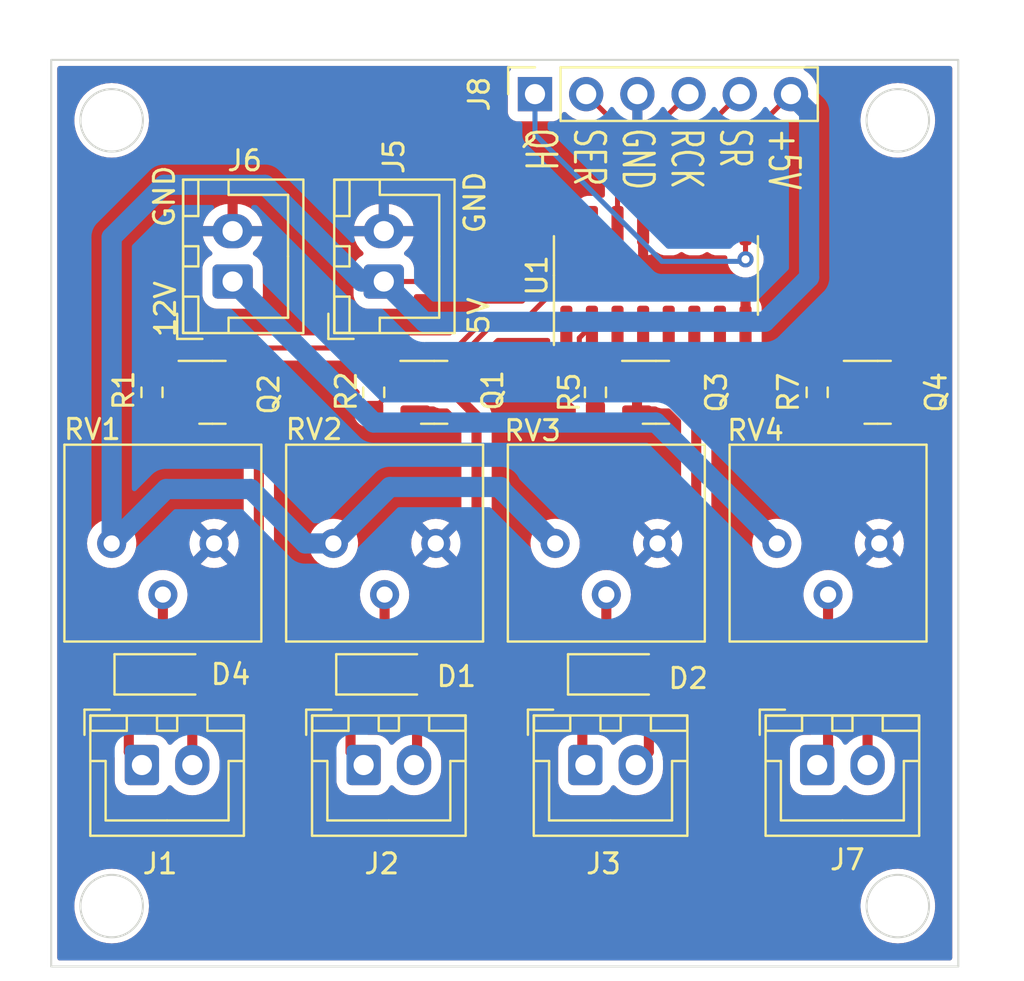
<source format=kicad_pcb>
(kicad_pcb (version 20221018) (generator pcbnew)
  (layers (0 "F.Cu" signal) (31 "B.Cu" signal) (34 "B.Paste" user) (35 "F.Paste" user) (36 "B.SilkS" user "B.Silkscreen") (37 "F.SilkS" user "F.Silkscreen") (38 "B.Mask" user) (39 "F.Mask" user) (44 "Edge.Cuts" user))
  (net 0 "")
  (net 1 "GND")
  (net 2 "Net-(D1-K)")
  (net 3 "Net-(D1-A)")
  (net 4 "Net-(D2-K)")
  (net 5 "Net-(D2-A)")
  (net 6 "+5V")
  (net 7 "Net-(D4-K)")
  (net 8 "Net-(D4-A)")
  (net 9 "Net-(Q1-G)")
  (net 10 "Net-(Q2-G)")
  (net 11 "Net-(Q3-G)")
  (net 12 "+12V")
  (net 13 "Net-(J7-Pin_1)")
  (net 14 "Net-(J7-Pin_2)")
  (net 15 "QH")
  (net 16 "SER")
  (net 17 "RCLK")
  (net 18 "SRCLK")
  (net 19 "Net-(Q4-G)")
  (net 20 "B1")
  (net 21 "B2")
  (net 22 "B3")
  (net 23 "B4")
  (net 24 "B5")
  (net 25 "B6")
  (net 26 "B7")
  (net 27 "B8")
  (footprint "Connector_JST:JST_XH_B2B-XH-A_1x02_P2.50mm_Vertical" (layer "F.Cu") (at 16.5 11 90)
    (fp_text reference "J5" (at 6.2 0.5 90) (layer "F.SilkS"))
    (fp_text value "Conn_01x02")
    (fp_line (start -2.85 -2.75) (end -2.85 -1.5) (stroke (width 0.12)) (layer "F.SilkS"))
    (fp_line (start -2.56 -2.46) (end -2.56 3.51) (stroke (width 0.12)) (layer "F.SilkS"))
    (fp_line (start -2.56 3.51) (end 5.06 3.51) (stroke (width 0.12)) (layer "F.SilkS"))
    (fp_line (start -2.55 -2.45) (end -2.55 -1.7) (stroke (width 0.12)) (layer "F.SilkS"))
    (fp_line (start -2.55 -1.7) (end -0.75 -1.7) (stroke (width 0.12)) (layer "F.SilkS"))
    (fp_line (start -2.55 -0.2) (end -1.8 -0.2) (stroke (width 0.12)) (layer "F.SilkS"))
    (fp_line (start -1.8 -0.2) (end -1.8 2.75) (stroke (width 0.12)) (layer "F.SilkS"))
    (fp_line (start -1.8 2.75) (end 1.25 2.75) (stroke (width 0.12)) (layer "F.SilkS"))
    (fp_line (start -1.6 -2.75) (end -2.85 -2.75) (stroke (width 0.12)) (layer "F.SilkS"))
    (fp_line (start -0.75 -2.45) (end -2.55 -2.45) (stroke (width 0.12)) (layer "F.SilkS"))
    (fp_line (start -0.75 -1.7) (end -0.75 -2.45) (stroke (width 0.12)) (layer "F.SilkS"))
    (fp_line (start 0.75 -2.45) (end 0.75 -1.7) (stroke (width 0.12)) (layer "F.SilkS"))
    (fp_line (start 0.75 -1.7) (end 1.75 -1.7) (stroke (width 0.12)) (layer "F.SilkS"))
    (fp_line (start 1.75 -2.45) (end 0.75 -2.45) (stroke (width 0.12)) (layer "F.SilkS"))
    (fp_line (start 1.75 -1.7) (end 1.75 -2.45) (stroke (width 0.12)) (layer "F.SilkS"))
    (fp_line (start 3.25 -2.45) (end 3.25 -1.7) (stroke (width 0.12)) (layer "F.SilkS"))
    (fp_line (start 3.25 -1.7) (end 5.05 -1.7) (stroke (width 0.12)) (layer "F.SilkS"))
    (fp_line (start 4.3 -0.2) (end 4.3 2.75) (stroke (width 0.12)) (layer "F.SilkS"))
    (fp_line (start 4.3 2.75) (end 1.25 2.75) (stroke (width 0.12)) (layer "F.SilkS"))
    (fp_line (start 5.05 -2.45) (end 3.25 -2.45) (stroke (width 0.12)) (layer "F.SilkS"))
    (fp_line (start 5.05 -1.7) (end 5.05 -2.45) (stroke (width 0.12)) (layer "F.SilkS"))
    (fp_line (start 5.05 -0.2) (end 4.3 -0.2) (stroke (width 0.12)) (layer "F.SilkS"))
    (fp_line (start 5.06 -2.46) (end -2.56 -2.46) (stroke (width 0.12)) (layer "F.SilkS"))
    (fp_line (start 5.06 3.51) (end 5.06 -2.46) (stroke (width 0.12)) (layer "F.SilkS"))
    (pad "1" thru_hole roundrect (at 0 0 90) (size 1.7 2) (drill 1) (layers "*.Cu" "*.Mask") (roundrect_rratio 0.1470588235) (net 6 "+5V"))
    (pad "2" thru_hole oval (at 2.5 0 90) (size 1.7 2) (drill 1) (layers "*.Cu" "*.Mask") (net 1 "GND"))
  )
  (footprint "Package_TO_SOT_SMD:SOT-23" (layer "F.Cu") (at 30 16.5)
    (fp_text reference "Q3" (at 3 0 90) (layer "F.SilkS"))
    (fp_text value "2N7002")
    (fp_line (start 0 -1.56) (end -1.675 -1.56) (stroke (width 0.12)) (layer "F.SilkS"))
    (fp_line (start 0 -1.56) (end 0.65 -1.56) (stroke (width 0.12)) (layer "F.SilkS"))
    (fp_line (start 0 1.56) (end -0.65 1.56) (stroke (width 0.12)) (layer "F.SilkS"))
    (fp_line (start 0 1.56) (end 0.65 1.56) (stroke (width 0.12)) (layer "F.SilkS"))
    (pad "1" smd roundrect (at -0.9375 -0.95) (size 1.475 0.6) (layers "F.Cu" "F.Paste" "F.Mask") (net 11 "Net-(Q3-G)"))
    (pad "2" smd roundrect (at -0.9375 0.95) (size 1.475 0.6) (layers "F.Cu" "F.Paste" "F.Mask") (net 1 "GND"))
    (pad "3" smd roundrect (at 0.9375 0) (size 1.475 0.6) (layers "F.Cu" "F.Paste" "F.Mask") (net 5 "Net-(D2-A)"))
  )
  (footprint "Diode_SMD:D_SOD-123" (layer "F.Cu") (at 28 30.5)
    (fp_text reference "D2" (at 3.6 0.2) (layer "F.SilkS"))
    (fp_text value "1N4148W")
    (fp_line (start -2.36 -1) (end -2.36 1) (stroke (width 0.12)) (layer "F.SilkS"))
    (fp_line (start -2.36 -1) (end 1.65 -1) (stroke (width 0.12)) (layer "F.SilkS"))
    (fp_line (start -2.36 1) (end 1.65 1) (stroke (width 0.12)) (layer "F.SilkS"))
    (pad "1" smd roundrect (at -1.65 0) (size 0.9 1.2) (layers "F.Cu" "F.Paste" "F.Mask") (net 4 "Net-(D2-K)"))
    (pad "2" smd roundrect (at 1.65 0) (size 0.9 1.2) (layers "F.Cu" "F.Paste" "F.Mask") (net 5 "Net-(D2-A)"))
  )
  (footprint "Package_SO:SOIC-16_3.9x9.9mm_P1.27mm" (layer "F.Cu") (at 30 10.7 90)
    (fp_text reference "U1" (at 0 -5.9 90) (layer "F.SilkS"))
    (fp_text value "74HC595")
    (fp_line (start 0 -5.06) (end -3.45 -5.06) (stroke (width 0.12)) (layer "F.SilkS"))
    (fp_line (start 0 -5.06) (end 1.95 -5.06) (stroke (width 0.12)) (layer "F.SilkS"))
    (fp_line (start 0 5.06) (end -1.95 5.06) (stroke (width 0.12)) (layer "F.SilkS"))
    (fp_line (start 0 5.06) (end 1.95 5.06) (stroke (width 0.12)) (layer "F.SilkS"))
    (pad "1" smd roundrect (at -2.475 -4.445 90) (size 1.95 0.6) (layers "F.Cu" "F.Paste" "F.Mask") (net 21 "B2"))
    (pad "2" smd roundrect (at -2.475 -3.175 90) (size 1.95 0.6) (layers "F.Cu" "F.Paste" "F.Mask") (net 22 "B3"))
    (pad "3" smd roundrect (at -2.475 -1.905 90) (size 1.95 0.6) (layers "F.Cu" "F.Paste" "F.Mask") (net 23 "B4"))
    (pad "4" smd roundrect (at -2.475 -0.635 90) (size 1.95 0.6) (layers "F.Cu" "F.Paste" "F.Mask") (net 24 "B5"))
    (pad "5" smd roundrect (at -2.475 0.635 90) (size 1.95 0.6) (layers "F.Cu" "F.Paste" "F.Mask") (net 25 "B6"))
    (pad "6" smd roundrect (at -2.475 1.905 90) (size 1.95 0.6) (layers "F.Cu" "F.Paste" "F.Mask") (net 26 "B7"))
    (pad "7" smd roundrect (at -2.475 3.175 90) (size 1.95 0.6) (layers "F.Cu" "F.Paste" "F.Mask") (net 27 "B8"))
    (pad "8" smd roundrect (at -2.475 4.445 90) (size 1.95 0.6) (layers "F.Cu" "F.Paste" "F.Mask") (net 1 "GND"))
    (pad "9" smd roundrect (at 2.475 4.445 90) (size 1.95 0.6) (layers "F.Cu" "F.Paste" "F.Mask") (net 15 "QH"))
    (pad "10" smd roundrect (at 2.475 3.175 90) (size 1.95 0.6) (layers "F.Cu" "F.Paste" "F.Mask") (net 6 "+5V"))
    (pad "11" smd roundrect (at 2.475 1.905 90) (size 1.95 0.6) (layers "F.Cu" "F.Paste" "F.Mask") (net 18 "SRCLK"))
    (pad "12" smd roundrect (at 2.475 0.635 90) (size 1.95 0.6) (layers "F.Cu" "F.Paste" "F.Mask") (net 17 "RCLK"))
    (pad "13" smd roundrect (at 2.475 -0.635 90) (size 1.95 0.6) (layers "F.Cu" "F.Paste" "F.Mask") (net 1 "GND"))
    (pad "14" smd roundrect (at 2.475 -1.905 90) (size 1.95 0.6) (layers "F.Cu" "F.Paste" "F.Mask") (net 16 "SER"))
    (pad "15" smd roundrect (at 2.475 -3.175 90) (size 1.95 0.6) (layers "F.Cu" "F.Paste" "F.Mask") (net 20 "B1"))
    (pad "16" smd roundrect (at 2.475 -4.445 90) (size 1.95 0.6) (layers "F.Cu" "F.Paste" "F.Mask") (net 6 "+5V"))
  )
  (footprint "Connector_JST:JST_XH_B2B-XH-A_1x02_P2.50mm_Vertical" (layer "F.Cu") (at 38 35)
    (fp_text reference "J7" (at 1.5 4.7) (layer "F.SilkS"))
    (fp_text value "Conn_01x02")
    (fp_line (start -2.85 -2.75) (end -2.85 -1.5) (stroke (width 0.12)) (layer "F.SilkS"))
    (fp_line (start -2.56 -2.46) (end -2.56 3.51) (stroke (width 0.12)) (layer "F.SilkS"))
    (fp_line (start -2.56 3.51) (end 5.06 3.51) (stroke (width 0.12)) (layer "F.SilkS"))
    (fp_line (start -2.55 -2.45) (end -2.55 -1.7) (stroke (width 0.12)) (layer "F.SilkS"))
    (fp_line (start -2.55 -1.7) (end -0.75 -1.7) (stroke (width 0.12)) (layer "F.SilkS"))
    (fp_line (start -2.55 -0.2) (end -1.8 -0.2) (stroke (width 0.12)) (layer "F.SilkS"))
    (fp_line (start -1.8 -0.2) (end -1.8 2.75) (stroke (width 0.12)) (layer "F.SilkS"))
    (fp_line (start -1.8 2.75) (end 1.25 2.75) (stroke (width 0.12)) (layer "F.SilkS"))
    (fp_line (start -1.6 -2.75) (end -2.85 -2.75) (stroke (width 0.12)) (layer "F.SilkS"))
    (fp_line (start -0.75 -2.45) (end -2.55 -2.45) (stroke (width 0.12)) (layer "F.SilkS"))
    (fp_line (start -0.75 -1.7) (end -0.75 -2.45) (stroke (width 0.12)) (layer "F.SilkS"))
    (fp_line (start 0.75 -2.45) (end 0.75 -1.7) (stroke (width 0.12)) (layer "F.SilkS"))
    (fp_line (start 0.75 -1.7) (end 1.75 -1.7) (stroke (width 0.12)) (layer "F.SilkS"))
    (fp_line (start 1.75 -2.45) (end 0.75 -2.45) (stroke (width 0.12)) (layer "F.SilkS"))
    (fp_line (start 1.75 -1.7) (end 1.75 -2.45) (stroke (width 0.12)) (layer "F.SilkS"))
    (fp_line (start 3.25 -2.45) (end 3.25 -1.7) (stroke (width 0.12)) (layer "F.SilkS"))
    (fp_line (start 3.25 -1.7) (end 5.05 -1.7) (stroke (width 0.12)) (layer "F.SilkS"))
    (fp_line (start 4.3 -0.2) (end 4.3 2.75) (stroke (width 0.12)) (layer "F.SilkS"))
    (fp_line (start 4.3 2.75) (end 1.25 2.75) (stroke (width 0.12)) (layer "F.SilkS"))
    (fp_line (start 5.05 -2.45) (end 3.25 -2.45) (stroke (width 0.12)) (layer "F.SilkS"))
    (fp_line (start 5.05 -1.7) (end 5.05 -2.45) (stroke (width 0.12)) (layer "F.SilkS"))
    (fp_line (start 5.05 -0.2) (end 4.3 -0.2) (stroke (width 0.12)) (layer "F.SilkS"))
    (fp_line (start 5.06 -2.46) (end -2.56 -2.46) (stroke (width 0.12)) (layer "F.SilkS"))
    (fp_line (start 5.06 3.51) (end 5.06 -2.46) (stroke (width 0.12)) (layer "F.SilkS"))
    (pad "1" thru_hole roundrect (at 0 0) (size 1.7 2) (drill 1) (layers "*.Cu" "*.Mask") (roundrect_rratio 0.1470588235) (net 13 "Net-(J7-Pin_1)"))
    (pad "2" thru_hole oval (at 2.5 0) (size 1.7 2) (drill 1) (layers "*.Cu" "*.Mask") (net 14 "Net-(J7-Pin_2)"))
  )
  (footprint "Potentiometer_THT:Potentiometer_Bourns_3386P_Vertical" (layer "F.Cu") (at 14 24 -90)
    (fp_text reference "RV2" (at -5.66 0.96) (layer "F.SilkS"))
    (fp_text value "10k")
    (fp_line (start -4.9 -7.425) (end -4.9 2.345) (stroke (width 0.12)) (layer "F.SilkS"))
    (fp_line (start -4.9 -7.425) (end 4.87 -7.425) (stroke (width 0.12)) (layer "F.SilkS"))
    (fp_line (start -4.9 2.345) (end 4.87 2.345) (stroke (width 0.12)) (layer "F.SilkS"))
    (fp_line (start 4.87 -7.425) (end 4.87 2.345) (stroke (width 0.12)) (layer "F.SilkS"))
    (pad "1" thru_hole circle (at 0 0 270) (size 1.44 1.44) (drill 0.8) (layers "*.Cu" "*.Mask") (net 6 "+5V"))
    (pad "2" thru_hole circle (at 2.54 -2.54 270) (size 1.44 1.44) (drill 0.8) (layers "*.Cu" "*.Mask") (net 2 "Net-(D1-K)"))
    (pad "3" thru_hole circle (at 0 -5.08 270) (size 1.44 1.44) (drill 0.8) (layers "*.Cu" "*.Mask") (net 1 "GND"))
  )
  (footprint "Connector_JST:JST_XH_B2B-XH-A_1x02_P2.50mm_Vertical" (layer "F.Cu") (at 9 11 90)
    (fp_text reference "J6" (at 6 0.6 180) (layer "F.SilkS"))
    (fp_text value "Conn_01x02")
    (fp_line (start -2.85 -2.75) (end -2.85 -1.5) (stroke (width 0.12)) (layer "F.SilkS"))
    (fp_line (start -2.56 -2.46) (end -2.56 3.51) (stroke (width 0.12)) (layer "F.SilkS"))
    (fp_line (start -2.56 3.51) (end 5.06 3.51) (stroke (width 0.12)) (layer "F.SilkS"))
    (fp_line (start -2.55 -2.45) (end -2.55 -1.7) (stroke (width 0.12)) (layer "F.SilkS"))
    (fp_line (start -2.55 -1.7) (end -0.75 -1.7) (stroke (width 0.12)) (layer "F.SilkS"))
    (fp_line (start -2.55 -0.2) (end -1.8 -0.2) (stroke (width 0.12)) (layer "F.SilkS"))
    (fp_line (start -1.8 -0.2) (end -1.8 2.75) (stroke (width 0.12)) (layer "F.SilkS"))
    (fp_line (start -1.8 2.75) (end 1.25 2.75) (stroke (width 0.12)) (layer "F.SilkS"))
    (fp_line (start -1.6 -2.75) (end -2.85 -2.75) (stroke (width 0.12)) (layer "F.SilkS"))
    (fp_line (start -0.75 -2.45) (end -2.55 -2.45) (stroke (width 0.12)) (layer "F.SilkS"))
    (fp_line (start -0.75 -1.7) (end -0.75 -2.45) (stroke (width 0.12)) (layer "F.SilkS"))
    (fp_line (start 0.75 -2.45) (end 0.75 -1.7) (stroke (width 0.12)) (layer "F.SilkS"))
    (fp_line (start 0.75 -1.7) (end 1.75 -1.7) (stroke (width 0.12)) (layer "F.SilkS"))
    (fp_line (start 1.75 -2.45) (end 0.75 -2.45) (stroke (width 0.12)) (layer "F.SilkS"))
    (fp_line (start 1.75 -1.7) (end 1.75 -2.45) (stroke (width 0.12)) (layer "F.SilkS"))
    (fp_line (start 3.25 -2.45) (end 3.25 -1.7) (stroke (width 0.12)) (layer "F.SilkS"))
    (fp_line (start 3.25 -1.7) (end 5.05 -1.7) (stroke (width 0.12)) (layer "F.SilkS"))
    (fp_line (start 4.3 -0.2) (end 4.3 2.75) (stroke (width 0.12)) (layer "F.SilkS"))
    (fp_line (start 4.3 2.75) (end 1.25 2.75) (stroke (width 0.12)) (layer "F.SilkS"))
    (fp_line (start 5.05 -2.45) (end 3.25 -2.45) (stroke (width 0.12)) (layer "F.SilkS"))
    (fp_line (start 5.05 -1.7) (end 5.05 -2.45) (stroke (width 0.12)) (layer "F.SilkS"))
    (fp_line (start 5.05 -0.2) (end 4.3 -0.2) (stroke (width 0.12)) (layer "F.SilkS"))
    (fp_line (start 5.06 -2.46) (end -2.56 -2.46) (stroke (width 0.12)) (layer "F.SilkS"))
    (fp_line (start 5.06 3.51) (end 5.06 -2.46) (stroke (width 0.12)) (layer "F.SilkS"))
    (pad "1" thru_hole roundrect (at 0 0 90) (size 1.7 2) (drill 1) (layers "*.Cu" "*.Mask") (roundrect_rratio 0.1470588235) (net 12 "+12V"))
    (pad "2" thru_hole oval (at 2.5 0 90) (size 1.7 2) (drill 1) (layers "*.Cu" "*.Mask") (net 1 "GND"))
  )
  (footprint "Package_TO_SOT_SMD:SOT-23" (layer "F.Cu") (at 41 16.5)
    (fp_text reference "Q4" (at 2.9 0 90) (layer "F.SilkS"))
    (fp_text value "2N7002")
    (fp_line (start 0 -1.56) (end -1.675 -1.56) (stroke (width 0.12)) (layer "F.SilkS"))
    (fp_line (start 0 -1.56) (end 0.65 -1.56) (stroke (width 0.12)) (layer "F.SilkS"))
    (fp_line (start 0 1.56) (end -0.65 1.56) (stroke (width 0.12)) (layer "F.SilkS"))
    (fp_line (start 0 1.56) (end 0.65 1.56) (stroke (width 0.12)) (layer "F.SilkS"))
    (pad "1" smd roundrect (at -0.9375 -0.95) (size 1.475 0.6) (layers "F.Cu" "F.Paste" "F.Mask") (net 19 "Net-(Q4-G)"))
    (pad "2" smd roundrect (at -0.9375 0.95) (size 1.475 0.6) (layers "F.Cu" "F.Paste" "F.Mask") (net 1 "GND"))
    (pad "3" smd roundrect (at 0.9375 0) (size 1.475 0.6) (layers "F.Cu" "F.Paste" "F.Mask") (net 14 "Net-(J7-Pin_2)"))
  )
  (footprint "Diode_SMD:D_SOD-123" (layer "F.Cu") (at 5.5 30.5)
    (fp_text reference "D4" (at 3.4 0) (layer "F.SilkS"))
    (fp_text value "1N4148W")
    (fp_line (start -2.36 -1) (end -2.36 1) (stroke (width 0.12)) (layer "F.SilkS"))
    (fp_line (start -2.36 -1) (end 1.65 -1) (stroke (width 0.12)) (layer "F.SilkS"))
    (fp_line (start -2.36 1) (end 1.65 1) (stroke (width 0.12)) (layer "F.SilkS"))
    (pad "1" smd roundrect (at -1.65 0) (size 0.9 1.2) (layers "F.Cu" "F.Paste" "F.Mask") (net 7 "Net-(D4-K)"))
    (pad "2" smd roundrect (at 1.65 0) (size 0.9 1.2) (layers "F.Cu" "F.Paste" "F.Mask") (net 8 "Net-(D4-A)"))
  )
  (footprint "Connector_PinSocket_2.54mm:PinSocket_1x06_P2.54mm_Vertical" (layer "F.Cu") (at 24 1.7 90)
    (fp_text reference "J8" (at 0 -2.77 90) (layer "F.SilkS"))
    (fp_text value "Conn_01x06")
    (fp_line (start -1.33 1.27) (end -1.33 14.03) (stroke (width 0.12)) (layer "F.SilkS"))
    (fp_line (start -1.33 1.27) (end 1.33 1.27) (stroke (width 0.12)) (layer "F.SilkS"))
    (fp_line (start -1.33 14.03) (end 1.33 14.03) (stroke (width 0.12)) (layer "F.SilkS"))
    (fp_line (start 0 -1.33) (end 1.33 -1.33) (stroke (width 0.12)) (layer "F.SilkS"))
    (fp_line (start 1.33 -1.33) (end 1.33 0) (stroke (width 0.12)) (layer "F.SilkS"))
    (fp_line (start 1.33 1.27) (end 1.33 14.03) (stroke (width 0.12)) (layer "F.SilkS"))
    (pad "1" thru_hole rect (at 0 0 90) (size 1.7 1.7) (drill 1) (layers "*.Cu" "*.Mask") (net 15 "QH"))
    (pad "2" thru_hole oval (at 0 2.54 90) (size 1.7 1.7) (drill 1) (layers "*.Cu" "*.Mask") (net 16 "SER"))
    (pad "3" thru_hole oval (at 0 5.08 90) (size 1.7 1.7) (drill 1) (layers "*.Cu" "*.Mask") (net 1 "GND"))
    (pad "4" thru_hole oval (at 0 7.62 90) (size 1.7 1.7) (drill 1) (layers "*.Cu" "*.Mask") (net 17 "RCLK"))
    (pad "5" thru_hole oval (at 0 10.16 90) (size 1.7 1.7) (drill 1) (layers "*.Cu" "*.Mask") (net 18 "SRCLK"))
    (pad "6" thru_hole oval (at 0 12.7 90) (size 1.7 1.7) (drill 1) (layers "*.Cu" "*.Mask") (net 6 "+5V"))
  )
  (footprint "Resistor_SMD:R_0603_1608Metric" (layer "F.Cu") (at 27 16.5 90)
    (fp_text reference "R5" (at 0 -1.3 90) (layer "F.SilkS"))
    (fp_text value "100")
    (fp_line (start -0.237258 -0.5225) (end 0.237258 -0.5225) (stroke (width 0.12)) (layer "F.SilkS"))
    (fp_line (start -0.237258 0.5225) (end 0.237258 0.5225) (stroke (width 0.12)) (layer "F.SilkS"))
    (pad "1" smd roundrect (at -0.825 0 90) (size 0.8 0.95) (layers "F.Cu" "F.Paste" "F.Mask") (net 22 "B3"))
    (pad "2" smd roundrect (at 0.825 0 90) (size 0.8 0.95) (layers "F.Cu" "F.Paste" "F.Mask") (net 11 "Net-(Q3-G)"))
  )
  (footprint "Package_TO_SOT_SMD:SOT-23" (layer "F.Cu") (at 19 16.5)
    (fp_text reference "Q1" (at 2.9 -0.1 90) (layer "F.SilkS"))
    (fp_text value "2N7002")
    (fp_line (start 0 -1.56) (end -1.675 -1.56) (stroke (width 0.12)) (layer "F.SilkS"))
    (fp_line (start 0 -1.56) (end 0.65 -1.56) (stroke (width 0.12)) (layer "F.SilkS"))
    (fp_line (start 0 1.56) (end -0.65 1.56) (stroke (width 0.12)) (layer "F.SilkS"))
    (fp_line (start 0 1.56) (end 0.65 1.56) (stroke (width 0.12)) (layer "F.SilkS"))
    (pad "1" smd roundrect (at -0.9375 -0.95) (size 1.475 0.6) (layers "F.Cu" "F.Paste" "F.Mask") (net 9 "Net-(Q1-G)"))
    (pad "2" smd roundrect (at -0.9375 0.95) (size 1.475 0.6) (layers "F.Cu" "F.Paste" "F.Mask") (net 1 "GND"))
    (pad "3" smd roundrect (at 0.9375 0) (size 1.475 0.6) (layers "F.Cu" "F.Paste" "F.Mask") (net 3 "Net-(D1-A)"))
  )
  (footprint "Potentiometer_THT:Potentiometer_Bourns_3386P_Vertical" (layer "F.Cu") (at 36 24 -90)
    (fp_text reference "RV4" (at -5.615 1.06) (layer "F.SilkS"))
    (fp_text value "10k")
    (fp_line (start -4.9 -7.425) (end -4.9 2.345) (stroke (width 0.12)) (layer "F.SilkS"))
    (fp_line (start -4.9 -7.425) (end 4.87 -7.425) (stroke (width 0.12)) (layer "F.SilkS"))
    (fp_line (start -4.9 2.345) (end 4.87 2.345) (stroke (width 0.12)) (layer "F.SilkS"))
    (fp_line (start 4.87 -7.425) (end 4.87 2.345) (stroke (width 0.12)) (layer "F.SilkS"))
    (pad "1" thru_hole circle (at 0 0 270) (size 1.44 1.44) (drill 0.8) (layers "*.Cu" "*.Mask") (net 12 "+12V"))
    (pad "2" thru_hole circle (at 2.54 -2.54 270) (size 1.44 1.44) (drill 0.8) (layers "*.Cu" "*.Mask") (net 13 "Net-(J7-Pin_1)"))
    (pad "3" thru_hole circle (at 0 -5.08 270) (size 1.44 1.44) (drill 0.8) (layers "*.Cu" "*.Mask") (net 1 "GND"))
  )
  (footprint "Resistor_SMD:R_0603_1608Metric" (layer "F.Cu") (at 5 16.5 90)
    (fp_text reference "R1" (at 0.1 -1.4 90) (layer "F.SilkS"))
    (fp_text value "100")
    (fp_line (start -0.237258 -0.5225) (end 0.237258 -0.5225) (stroke (width 0.12)) (layer "F.SilkS"))
    (fp_line (start -0.237258 0.5225) (end 0.237258 0.5225) (stroke (width 0.12)) (layer "F.SilkS"))
    (pad "1" smd roundrect (at -0.825 0 90) (size 0.8 0.95) (layers "F.Cu" "F.Paste" "F.Mask") (net 20 "B1"))
    (pad "2" smd roundrect (at 0.825 0 90) (size 0.8 0.95) (layers "F.Cu" "F.Paste" "F.Mask") (net 10 "Net-(Q2-G)"))
  )
  (footprint "Potentiometer_THT:Potentiometer_Bourns_3386P_Vertical" (layer "F.Cu") (at 25 24 -90)
    (fp_text reference "RV3" (at -5.6 1.12) (layer "F.SilkS"))
    (fp_text value "10k")
    (fp_line (start -4.9 -7.425) (end -4.9 2.345) (stroke (width 0.12)) (layer "F.SilkS"))
    (fp_line (start -4.9 -7.425) (end 4.87 -7.425) (stroke (width 0.12)) (layer "F.SilkS"))
    (fp_line (start -4.9 2.345) (end 4.87 2.345) (stroke (width 0.12)) (layer "F.SilkS"))
    (fp_line (start 4.87 -7.425) (end 4.87 2.345) (stroke (width 0.12)) (layer "F.SilkS"))
    (pad "1" thru_hole circle (at 0 0 270) (size 1.44 1.44) (drill 0.8) (layers "*.Cu" "*.Mask") (net 6 "+5V"))
    (pad "2" thru_hole circle (at 2.54 -2.54 270) (size 1.44 1.44) (drill 0.8) (layers "*.Cu" "*.Mask") (net 4 "Net-(D2-K)"))
    (pad "3" thru_hole circle (at 0 -5.08 270) (size 1.44 1.44) (drill 0.8) (layers "*.Cu" "*.Mask") (net 1 "GND"))
  )
  (footprint "Package_TO_SOT_SMD:SOT-23" (layer "F.Cu") (at 8 16.5)
    (fp_text reference "Q2" (at 2.8 0.1 90) (layer "F.SilkS"))
    (fp_text value "2N7002")
    (fp_line (start 0 -1.56) (end -1.675 -1.56) (stroke (width 0.12)) (layer "F.SilkS"))
    (fp_line (start 0 -1.56) (end 0.65 -1.56) (stroke (width 0.12)) (layer "F.SilkS"))
    (fp_line (start 0 1.56) (end -0.65 1.56) (stroke (width 0.12)) (layer "F.SilkS"))
    (fp_line (start 0 1.56) (end 0.65 1.56) (stroke (width 0.12)) (layer "F.SilkS"))
    (pad "1" smd roundrect (at -0.9375 -0.95) (size 1.475 0.6) (layers "F.Cu" "F.Paste" "F.Mask") (net 10 "Net-(Q2-G)"))
    (pad "2" smd roundrect (at -0.9375 0.95) (size 1.475 0.6) (layers "F.Cu" "F.Paste" "F.Mask") (net 1 "GND"))
    (pad "3" smd roundrect (at 0.9375 0) (size 1.475 0.6) (layers "F.Cu" "F.Paste" "F.Mask") (net 8 "Net-(D4-A)"))
  )
  (footprint "Connector_JST:JST_XH_B2B-XH-A_1x02_P2.50mm_Vertical" (layer "F.Cu") (at 26.5 35)
    (fp_text reference "J3" (at 0.9 4.9) (layer "F.SilkS"))
    (fp_text value "Conn_01x02")
    (fp_line (start -2.85 -2.75) (end -2.85 -1.5) (stroke (width 0.12)) (layer "F.SilkS"))
    (fp_line (start -2.56 -2.46) (end -2.56 3.51) (stroke (width 0.12)) (layer "F.SilkS"))
    (fp_line (start -2.56 3.51) (end 5.06 3.51) (stroke (width 0.12)) (layer "F.SilkS"))
    (fp_line (start -2.55 -2.45) (end -2.55 -1.7) (stroke (width 0.12)) (layer "F.SilkS"))
    (fp_line (start -2.55 -1.7) (end -0.75 -1.7) (stroke (width 0.12)) (layer "F.SilkS"))
    (fp_line (start -2.55 -0.2) (end -1.8 -0.2) (stroke (width 0.12)) (layer "F.SilkS"))
    (fp_line (start -1.8 -0.2) (end -1.8 2.75) (stroke (width 0.12)) (layer "F.SilkS"))
    (fp_line (start -1.8 2.75) (end 1.25 2.75) (stroke (width 0.12)) (layer "F.SilkS"))
    (fp_line (start -1.6 -2.75) (end -2.85 -2.75) (stroke (width 0.12)) (layer "F.SilkS"))
    (fp_line (start -0.75 -2.45) (end -2.55 -2.45) (stroke (width 0.12)) (layer "F.SilkS"))
    (fp_line (start -0.75 -1.7) (end -0.75 -2.45) (stroke (width 0.12)) (layer "F.SilkS"))
    (fp_line (start 0.75 -2.45) (end 0.75 -1.7) (stroke (width 0.12)) (layer "F.SilkS"))
    (fp_line (start 0.75 -1.7) (end 1.75 -1.7) (stroke (width 0.12)) (layer "F.SilkS"))
    (fp_line (start 1.75 -2.45) (end 0.75 -2.45) (stroke (width 0.12)) (layer "F.SilkS"))
    (fp_line (start 1.75 -1.7) (end 1.75 -2.45) (stroke (width 0.12)) (layer "F.SilkS"))
    (fp_line (start 3.25 -2.45) (end 3.25 -1.7) (stroke (width 0.12)) (layer "F.SilkS"))
    (fp_line (start 3.25 -1.7) (end 5.05 -1.7) (stroke (width 0.12)) (layer "F.SilkS"))
    (fp_line (start 4.3 -0.2) (end 4.3 2.75) (stroke (width 0.12)) (layer "F.SilkS"))
    (fp_line (start 4.3 2.75) (end 1.25 2.75) (stroke (width 0.12)) (layer "F.SilkS"))
    (fp_line (start 5.05 -2.45) (end 3.25 -2.45) (stroke (width 0.12)) (layer "F.SilkS"))
    (fp_line (start 5.05 -1.7) (end 5.05 -2.45) (stroke (width 0.12)) (layer "F.SilkS"))
    (fp_line (start 5.05 -0.2) (end 4.3 -0.2) (stroke (width 0.12)) (layer "F.SilkS"))
    (fp_line (start 5.06 -2.46) (end -2.56 -2.46) (stroke (width 0.12)) (layer "F.SilkS"))
    (fp_line (start 5.06 3.51) (end 5.06 -2.46) (stroke (width 0.12)) (layer "F.SilkS"))
    (pad "1" thru_hole roundrect (at 0 0) (size 1.7 2) (drill 1) (layers "*.Cu" "*.Mask") (roundrect_rratio 0.1470588235) (net 4 "Net-(D2-K)"))
    (pad "2" thru_hole oval (at 2.5 0) (size 1.7 2) (drill 1) (layers "*.Cu" "*.Mask") (net 5 "Net-(D2-A)"))
  )
  (footprint "Resistor_SMD:R_0603_1608Metric" (layer "F.Cu") (at 38 16.5 90)
    (fp_text reference "R7" (at 0 -1.43 90) (layer "F.SilkS"))
    (fp_text value "100")
    (fp_line (start -0.237258 -0.5225) (end 0.237258 -0.5225) (stroke (width 0.12)) (layer "F.SilkS"))
    (fp_line (start -0.237258 0.5225) (end 0.237258 0.5225) (stroke (width 0.12)) (layer "F.SilkS"))
    (pad "1" smd roundrect (at -0.825 0 90) (size 0.8 0.95) (layers "F.Cu" "F.Paste" "F.Mask") (net 23 "B4"))
    (pad "2" smd roundrect (at 0.825 0 90) (size 0.8 0.95) (layers "F.Cu" "F.Paste" "F.Mask") (net 19 "Net-(Q4-G)"))
  )
  (footprint "Potentiometer_THT:Potentiometer_Bourns_3386P_Vertical" (layer "F.Cu") (at 3 24 -90)
    (fp_text reference "RV1" (at -5.66 0.96) (layer "F.SilkS"))
    (fp_text value "10k")
    (fp_line (start -4.9 -7.425) (end -4.9 2.345) (stroke (width 0.12)) (layer "F.SilkS"))
    (fp_line (start -4.9 -7.425) (end 4.87 -7.425) (stroke (width 0.12)) (layer "F.SilkS"))
    (fp_line (start -4.9 2.345) (end 4.87 2.345) (stroke (width 0.12)) (layer "F.SilkS"))
    (fp_line (start 4.87 -7.425) (end 4.87 2.345) (stroke (width 0.12)) (layer "F.SilkS"))
    (pad "1" thru_hole circle (at 0 0 270) (size 1.44 1.44) (drill 0.8) (layers "*.Cu" "*.Mask") (net 6 "+5V"))
    (pad "2" thru_hole circle (at 2.54 -2.54 270) (size 1.44 1.44) (drill 0.8) (layers "*.Cu" "*.Mask") (net 7 "Net-(D4-K)"))
    (pad "3" thru_hole circle (at 0 -5.08 270) (size 1.44 1.44) (drill 0.8) (layers "*.Cu" "*.Mask") (net 1 "GND"))
  )
  (footprint "Connector_JST:JST_XH_B2B-XH-A_1x02_P2.50mm_Vertical" (layer "F.Cu") (at 15.5 35)
    (fp_text reference "J2" (at 0.9 4.9) (layer "F.SilkS"))
    (fp_text value "Conn_01x02")
    (fp_line (start -2.85 -2.75) (end -2.85 -1.5) (stroke (width 0.12)) (layer "F.SilkS"))
    (fp_line (start -2.56 -2.46) (end -2.56 3.51) (stroke (width 0.12)) (layer "F.SilkS"))
    (fp_line (start -2.56 3.51) (end 5.06 3.51) (stroke (width 0.12)) (layer "F.SilkS"))
    (fp_line (start -2.55 -2.45) (end -2.55 -1.7) (stroke (width 0.12)) (layer "F.SilkS"))
    (fp_line (start -2.55 -1.7) (end -0.75 -1.7) (stroke (width 0.12)) (layer "F.SilkS"))
    (fp_line (start -2.55 -0.2) (end -1.8 -0.2) (stroke (width 0.12)) (layer "F.SilkS"))
    (fp_line (start -1.8 -0.2) (end -1.8 2.75) (stroke (width 0.12)) (layer "F.SilkS"))
    (fp_line (start -1.8 2.75) (end 1.25 2.75) (stroke (width 0.12)) (layer "F.SilkS"))
    (fp_line (start -1.6 -2.75) (end -2.85 -2.75) (stroke (width 0.12)) (layer "F.SilkS"))
    (fp_line (start -0.75 -2.45) (end -2.55 -2.45) (stroke (width 0.12)) (layer "F.SilkS"))
    (fp_line (start -0.75 -1.7) (end -0.75 -2.45) (stroke (width 0.12)) (layer "F.SilkS"))
    (fp_line (start 0.75 -2.45) (end 0.75 -1.7) (stroke (width 0.12)) (layer "F.SilkS"))
    (fp_line (start 0.75 -1.7) (end 1.75 -1.7) (stroke (width 0.12)) (layer "F.SilkS"))
    (fp_line (start 1.75 -2.45) (end 0.75 -2.45) (stroke (width 0.12)) (layer "F.SilkS"))
    (fp_line (start 1.75 -1.7) (end 1.75 -2.45) (stroke (width 0.12)) (layer "F.SilkS"))
    (fp_line (start 3.25 -2.45) (end 3.25 -1.7) (stroke (width 0.12)) (layer "F.SilkS"))
    (fp_line (start 3.25 -1.7) (end 5.05 -1.7) (stroke (width 0.12)) (layer "F.SilkS"))
    (fp_line (start 4.3 -0.2) (end 4.3 2.75) (stroke (width 0.12)) (layer "F.SilkS"))
    (fp_line (start 4.3 2.75) (end 1.25 2.75) (stroke (width 0.12)) (layer "F.SilkS"))
    (fp_line (start 5.05 -2.45) (end 3.25 -2.45) (stroke (width 0.12)) (layer "F.SilkS"))
    (fp_line (start 5.05 -1.7) (end 5.05 -2.45) (stroke (width 0.12)) (layer "F.SilkS"))
    (fp_line (start 5.05 -0.2) (end 4.3 -0.2) (stroke (width 0.12)) (layer "F.SilkS"))
    (fp_line (start 5.06 -2.46) (end -2.56 -2.46) (stroke (width 0.12)) (layer "F.SilkS"))
    (fp_line (start 5.06 3.51) (end 5.06 -2.46) (stroke (width 0.12)) (layer "F.SilkS"))
    (pad "1" thru_hole roundrect (at 0 0) (size 1.7 2) (drill 1) (layers "*.Cu" "*.Mask") (roundrect_rratio 0.1470588235) (net 2 "Net-(D1-K)"))
    (pad "2" thru_hole oval (at 2.5 0) (size 1.7 2) (drill 1) (layers "*.Cu" "*.Mask") (net 3 "Net-(D1-A)"))
  )
  (footprint "Connector_JST:JST_XH_B2B-XH-A_1x02_P2.50mm_Vertical" (layer "F.Cu") (at 4.5 35)
    (fp_text reference "J1" (at 0.9 4.9) (layer "F.SilkS"))
    (fp_text value "Conn_01x02")
    (fp_line (start -2.85 -2.75) (end -2.85 -1.5) (stroke (width 0.12)) (layer "F.SilkS"))
    (fp_line (start -2.56 -2.46) (end -2.56 3.51) (stroke (width 0.12)) (layer "F.SilkS"))
    (fp_line (start -2.56 3.51) (end 5.06 3.51) (stroke (width 0.12)) (layer "F.SilkS"))
    (fp_line (start -2.55 -2.45) (end -2.55 -1.7) (stroke (width 0.12)) (layer "F.SilkS"))
    (fp_line (start -2.55 -1.7) (end -0.75 -1.7) (stroke (width 0.12)) (layer "F.SilkS"))
    (fp_line (start -2.55 -0.2) (end -1.8 -0.2) (stroke (width 0.12)) (layer "F.SilkS"))
    (fp_line (start -1.8 -0.2) (end -1.8 2.75) (stroke (width 0.12)) (layer "F.SilkS"))
    (fp_line (start -1.8 2.75) (end 1.25 2.75) (stroke (width 0.12)) (layer "F.SilkS"))
    (fp_line (start -1.6 -2.75) (end -2.85 -2.75) (stroke (width 0.12)) (layer "F.SilkS"))
    (fp_line (start -0.75 -2.45) (end -2.55 -2.45) (stroke (width 0.12)) (layer "F.SilkS"))
    (fp_line (start -0.75 -1.7) (end -0.75 -2.45) (stroke (width 0.12)) (layer "F.SilkS"))
    (fp_line (start 0.75 -2.45) (end 0.75 -1.7) (stroke (width 0.12)) (layer "F.SilkS"))
    (fp_line (start 0.75 -1.7) (end 1.75 -1.7) (stroke (width 0.12)) (layer "F.SilkS"))
    (fp_line (start 1.75 -2.45) (end 0.75 -2.45) (stroke (width 0.12)) (layer "F.SilkS"))
    (fp_line (start 1.75 -1.7) (end 1.75 -2.45) (stroke (width 0.12)) (layer "F.SilkS"))
    (fp_line (start 3.25 -2.45) (end 3.25 -1.7) (stroke (width 0.12)) (layer "F.SilkS"))
    (fp_line (start 3.25 -1.7) (end 5.05 -1.7) (stroke (width 0.12)) (layer "F.SilkS"))
    (fp_line (start 4.3 -0.2) (end 4.3 2.75) (stroke (width 0.12)) (layer "F.SilkS"))
    (fp_line (start 4.3 2.75) (end 1.25 2.75) (stroke (width 0.12)) (layer "F.SilkS"))
    (fp_line (start 5.05 -2.45) (end 3.25 -2.45) (stroke (width 0.12)) (layer "F.SilkS"))
    (fp_line (start 5.05 -1.7) (end 5.05 -2.45) (stroke (width 0.12)) (layer "F.SilkS"))
    (fp_line (start 5.05 -0.2) (end 4.3 -0.2) (stroke (width 0.12)) (layer "F.SilkS"))
    (fp_line (start 5.06 -2.46) (end -2.56 -2.46) (stroke (width 0.12)) (layer "F.SilkS"))
    (fp_line (start 5.06 3.51) (end 5.06 -2.46) (stroke (width 0.12)) (layer "F.SilkS"))
    (pad "1" thru_hole roundrect (at 0 0) (size 1.7 2) (drill 1) (layers "*.Cu" "*.Mask") (roundrect_rratio 0.1470588235) (net 7 "Net-(D4-K)"))
    (pad "2" thru_hole oval (at 2.5 0) (size 1.7 2) (drill 1) (layers "*.Cu" "*.Mask") (net 8 "Net-(D4-A)"))
  )
  (footprint "Diode_SMD:D_SOD-123" (layer "F.Cu") (at 16.5 30.5)
    (fp_text reference "D1" (at 3.6 0.1) (layer "F.SilkS"))
    (fp_text value "1N4148W")
    (fp_line (start -2.36 -1) (end -2.36 1) (stroke (width 0.12)) (layer "F.SilkS"))
    (fp_line (start -2.36 -1) (end 1.65 -1) (stroke (width 0.12)) (layer "F.SilkS"))
    (fp_line (start -2.36 1) (end 1.65 1) (stroke (width 0.12)) (layer "F.SilkS"))
    (pad "1" smd roundrect (at -1.65 0) (size 0.9 1.2) (layers "F.Cu" "F.Paste" "F.Mask") (net 2 "Net-(D1-K)"))
    (pad "2" smd roundrect (at 1.65 0) (size 0.9 1.2) (layers "F.Cu" "F.Paste" "F.Mask") (net 3 "Net-(D1-A)"))
  )
  (footprint "Resistor_SMD:R_0603_1608Metric" (layer "F.Cu") (at 16 16.5 90)
    (fp_text reference "R2" (at 0.05 -1.3625 90) (layer "F.SilkS"))
    (fp_text value "100")
    (fp_line (start -0.237258 -0.5225) (end 0.237258 -0.5225) (stroke (width 0.12)) (layer "F.SilkS"))
    (fp_line (start -0.237258 0.5225) (end 0.237258 0.5225) (stroke (width 0.12)) (layer "F.SilkS"))
    (pad "1" smd roundrect (at -0.825 0 90) (size 0.8 0.95) (layers "F.Cu" "F.Paste" "F.Mask") (net 21 "B2"))
    (pad "2" smd roundrect (at 0.825 0 90) (size 0.8 0.95) (layers "F.Cu" "F.Paste" "F.Mask") (net 9 "Net-(Q1-G)"))
  )
  (gr_rect (start 0 0) (end 45 45) (stroke (width 0.1)) (fill none) (layer "Edge.Cuts"))
  (gr_circle (center 3 42) (end 4.55 42) (stroke (width 0.1)) (fill none) (layer "Edge.Cuts"))
  (gr_circle (center 42 42) (end 43.55 42) (stroke (width 0.1)) (fill none) (layer "Edge.Cuts"))
  (gr_circle (center 42 3) (end 43.55 3) (stroke (width 0.1)) (fill none) (layer "Edge.Cuts"))
  (gr_circle (center 3 3) (end 4.55 3) (stroke (width 0.1)) (fill none) (layer "Edge.Cuts"))
  (gr_text "GND" (at 21.6 8.7 90) (layer "F.SilkS") (effects (font (size 1 1)) (justify left bottom)))
  (gr_text "12V" (at 6.25 13.85 90) (layer "F.SilkS") (effects (font (size 1 1)) (justify left bottom)))
  (gr_text "5V" (at 21.8 13.7 90) (layer "F.SilkS") (effects (font (size 1 1)) (justify left bottom)))
  (gr_text "GND" (at 6.2 8.4 90) (layer "F.SilkS") (effects (font (size 1 1)) (justify left bottom)))
  (gr_text "+5V\nSR\nRCK\nGND\nSER\nQH" (at 23.4 3.3 270) (layer "F.SilkS") (effects (font (size 1.5 1)) (justify left bottom)))
  (segment (start 16.54 26.54) (end 16.54 28.81) (width 0.5) (layer "F.Cu") (net 2))
  (segment (start 14.85 30.5) (end 14.85 34.35) (width 0.5) (layer "F.Cu") (net 2))
  (segment (start 16.54 28.81) (end 14.85 30.5) (width 0.5) (layer "F.Cu") (net 2))
  (segment (start 14.85 34.35) (end 15.5 35) (width 0.5) (layer "F.Cu") (net 2))
  (segment (start 21.1 17.6625) (end 21.1 27.55) (width 0.5) (layer "F.Cu") (net 3))
  (segment (start 21.1 27.55) (end 18.15 30.5) (width 0.5) (layer "F.Cu") (net 3))
  (segment (start 19.9375 16.5) (end 21.1 17.6625) (width 0.5) (layer "F.Cu") (net 3))
  (segment (start 18.15 30.5) (end 18.15 34.85) (width 0.5) (layer "F.Cu") (net 3))
  (segment (start 18.15 34.85) (end 18 35) (width 0.5) (layer "F.Cu") (net 3))
  (segment (start 26.35 34.85) (end 26.5 35) (width 0.5) (layer "F.Cu") (net 4))
  (segment (start 27.54 29.31) (end 26.35 30.5) (width 0.5) (layer "F.Cu") (net 4))
  (segment (start 26.35 30.5) (end 26.35 34.85) (width 0.5) (layer "F.Cu") (net 4))
  (segment (start 27.54 26.54) (end 27.54 29.31) (width 0.5) (layer "F.Cu") (net 4))
  (segment (start 32 17.5625) (end 32 28.15) (width 0.5) (layer "F.Cu") (net 5))
  (segment (start 30.9375 16.5) (end 32 17.5625) (width 0.5) (layer "F.Cu") (net 5))
  (segment (start 29.65 30.5) (end 29.65 34.35) (width 0.5) (layer "F.Cu") (net 5))
  (segment (start 32 28.15) (end 29.65 30.5) (width 0.5) (layer "F.Cu") (net 5))
  (segment (start 29.65 34.35) (end 29 35) (width 0.5) (layer "F.Cu") (net 5))
  (segment (start 33.175 5.225) (end 33.175 8.225) (width 0.25) (layer "F.Cu") (net 6))
  (segment (start 36.7 1.7) (end 33.175 5.225) (width 0.25) (layer "F.Cu") (net 6))
  (segment (start 22.78 11) (end 16.5 11) (width 0.25) (layer "F.Cu") (net 6))
  (segment (start 25.555 8.225) (end 22.78 11) (width 0.25) (layer "F.Cu") (net 6))
  (segment (start 16.5 11) (end 18.5 13) (width 1) (layer "B.Cu") (net 6))
  (segment (start 3 24) (end 3 8.8) (width 1) (layer "B.Cu") (net 6))
  (segment (start 12.6 24) (end 9.9 21.3) (width 1) (layer "B.Cu") (net 6))
  (segment (start 10.6 6.2) (end 15.4 11) (width 1) (layer "B.Cu") (net 6))
  (segment (start 37.6 10.8) (end 37.6 2.6) (width 1) (layer "B.Cu") (net 6))
  (segment (start 9.9 21.3) (end 5.7 21.3) (width 1) (layer "B.Cu") (net 6))
  (segment (start 22.3 21.3) (end 22.3 21.2) (width 1) (layer "B.Cu") (net 6))
  (segment (start 15.4 11) (end 16.5 11) (width 1) (layer "B.Cu") (net 6))
  (segment (start 3 8.8) (end 5.6 6.2) (width 1) (layer "B.Cu") (net 6))
  (segment (start 18.5 13) (end 35.4 13) (width 1) (layer "B.Cu") (net 6))
  (segment (start 16.8 21.2) (end 14 24) (width 1) (layer "B.Cu") (net 6))
  (segment (start 37.6 2.6) (end 36.7 1.7) (width 1) (layer "B.Cu") (net 6))
  (segment (start 5.6 6.2) (end 10.6 6.2) (width 1) (layer "B.Cu") (net 6))
  (segment (start 14 24) (end 12.6 24) (width 1) (layer "B.Cu") (net 6))
  (segment (start 35.4 13) (end 37.6 10.8) (width 1) (layer "B.Cu") (net 6))
  (segment (start 25 24) (end 22.3 21.3) (width 1) (layer "B.Cu") (net 6))
  (segment (start 22.3 21.2) (end 16.8 21.2) (width 1) (layer "B.Cu") (net 6))
  (segment (start 5.7 21.3) (end 3 24) (width 1) (layer "B.Cu") (net 6))
  (segment (start 5.54 28.81) (end 3.85 30.5) (width 0.5) (layer "F.Cu") (net 7))
  (segment (start 3.85 34.35) (end 4.5 35) (width 0.5) (layer "F.Cu") (net 7))
  (segment (start 5.54 26.54) (end 5.54 28.81) (width 0.5) (layer "F.Cu") (net 7))
  (segment (start 3.85 30.5) (end 3.85 34.35) (width 0.5) (layer "F.Cu") (net 7))
  (segment (start 7 35) (end 7 30.65) (width 0.5) (layer "F.Cu") (net 8))
  (segment (start 10.3 27.35) (end 7.15 30.5) (width 0.5) (layer "F.Cu") (net 8))
  (segment (start 7 30.65) (end 7.15 30.5) (width 0.5) (layer "F.Cu") (net 8))
  (segment (start 8.9375 16.5) (end 10.3 17.8625) (width 0.5) (layer "F.Cu") (net 8))
  (segment (start 10.3 17.8625) (end 10.3 27.35) (width 0.5) (layer "F.Cu") (net 8))
  (segment (start 16 15.675) (end 17.9375 15.675) (width 0.25) (layer "F.Cu") (net 9))
  (segment (start 17.9375 15.675) (end 18.0625 15.55) (width 0.25) (layer "F.Cu") (net 9))
  (segment (start 6.9375 15.675) (end 7.0625 15.55) (width 0.25) (layer "F.Cu") (net 10))
  (segment (start 5 15.675) (end 6.9375 15.675) (width 0.25) (layer "F.Cu") (net 10))
  (segment (start 27 15.675) (end 28.9375 15.675) (width 0.25) (layer "F.Cu") (net 11))
  (segment (start 28.9375 15.675) (end 29.0625 15.55) (width 0.25) (layer "F.Cu") (net 11))
  (segment (start 16 18) (end 30 18) (width 1) (layer "B.Cu") (net 12))
  (segment (start 9 11) (end 16 18) (width 1) (layer "B.Cu") (net 12))
  (segment (start 30 18) (end 36 24) (width 1) (layer "B.Cu") (net 12))
  (segment (start 38.54 34.46) (end 38 35) (width 0.5) (layer "F.Cu") (net 13))
  (segment (start 38.54 26.54) (end 38.54 34.46) (width 0.5) (layer "F.Cu") (net 13))
  (segment (start 43.3 25.1) (end 40.5 27.9) (width 0.5) (layer "F.Cu") (net 14))
  (segment (start 41.9375 16.5) (end 43.3 17.8625) (width 0.5) (layer "F.Cu") (net 14))
  (segment (start 43.3 17.8625) (end 43.3 25.1) (width 0.5) (layer "F.Cu") (net 14))
  (segment (start 40.5 27.9) (end 40.5 35) (width 0.5) (layer "F.Cu") (net 14))
  (segment (start 34.445 9.9) (end 34.445 8.225) (width 0.25) (layer "F.Cu") (net 15))
  (via (at 34.445 9.9) (size 0.8) (drill 0.4) (layers "F.Cu" "B.Cu") (net 15))
  (segment (start 24 3.7) (end 24 1.7) (width 0.25) (layer "B.Cu") (net 15))
  (segment (start 34.445 9.9) (end 34.345 10) (width 0.25) (layer "B.Cu") (net 15))
  (segment (start 34.345 10) (end 30.3 10) (width 0.25) (layer "B.Cu") (net 15))
  (segment (start 30.3 10) (end 24 3.7) (width 0.25) (layer "B.Cu") (net 15))
  (segment (start 26.54 1.7) (end 28.095 3.255) (width 0.25) (layer "F.Cu") (net 16))
  (segment (start 28.095 3.255) (end 28.095 8.225) (width 0.25) (layer "F.Cu") (net 16))
  (segment (start 30.635 2.685) (end 30.635 8.225) (width 0.25) (layer "F.Cu") (net 17))
  (segment (start 31.62 1.7) (end 30.635 2.685) (width 0.25) (layer "F.Cu") (net 17))
  (segment (start 31.905 3.955) (end 31.905 8.225) (width 0.25) (layer "F.Cu") (net 18))
  (segment (start 34.16 1.7) (end 31.905 3.955) (width 0.25) (layer "F.Cu") (net 18))
  (segment (start 38 15.675) (end 39.9375 15.675) (width 0.25) (layer "F.Cu") (net 19))
  (segment (start 39.9375 15.675) (end 40.0625 15.55) (width 0.25) (layer "F.Cu") (net 19))
  (segment (start 7.203249 16.825) (end 5.5 16.825) (width 0.25) (layer "F.Cu") (net 20))
  (segment (start 26.825 8.225) (end 26.825 9.575) (width 0.25) (layer "F.Cu") (net 20))
  (segment (start 5.5 16.825) (end 5 17.325) (width 0.25) (layer "F.Cu") (net 20))
  (segment (start 20.085355 14.3) (end 9.728249 14.3) (width 0.25) (layer "F.Cu") (net 20))
  (segment (start 9.728249 14.3) (end 7.203249 16.825) (width 0.25) (layer "F.Cu") (net 20))
  (segment (start 23.675 12.725) (end 21.660355 12.725) (width 0.25) (layer "F.Cu") (net 20))
  (segment (start 21.660355 12.725) (end 20.085355 14.3) (width 0.25) (layer "F.Cu") (net 20))
  (segment (start 26.825 9.575) (end 23.675 12.725) (width 0.25) (layer "F.Cu") (net 20))
  (segment (start 16.5 16.825) (end 16 17.325) (width 0.25) (layer "F.Cu") (net 21))
  (segment (start 25.555 13.175) (end 21.846751 13.175) (width 0.25) (layer "F.Cu") (net 21))
  (segment (start 21.846751 13.175) (end 18.196751 16.825) (width 0.25) (layer "F.Cu") (net 21))
  (segment (start 18.196751 16.825) (end 16.5 16.825) (width 0.25) (layer "F.Cu") (net 21))
  (segment (start 26.2 16.525) (end 26.2 13.8) (width 0.25) (layer "F.Cu") (net 22))
  (segment (start 26.2 13.8) (end 26.825 13.175) (width 0.25) (layer "F.Cu") (net 22))
  (segment (start 27 17.325) (end 26.2 16.525) (width 0.25) (layer "F.Cu") (net 22))
  (segment (start 28.095 14.195) (end 28.825 14.925) (width 0.25) (layer "F.Cu") (net 23))
  (segment (start 28.095 13.175) (end 28.095 14.195) (width 0.25) (layer "F.Cu") (net 23))
  (segment (start 35.6 14.925) (end 38 17.325) (width 0.25) (layer "F.Cu") (net 23))
  (segment (start 28.825 14.925) (end 35.6 14.925) (width 0.25) (layer "F.Cu") (net 23))
  (zone (net 1) (net_name "GND") (layers "F&B.Cu") (connect_pads (clearance 0.5)) (min_thickness 0.25) (fill yes (thermal_gap 0.5) (thermal_bridge_width 0.5))
    (polygon (pts (xy -2.54 -2.54) (xy -2.54 45.72) (xy 48.26 45.72) (xy 48.26 -2.54)))
  )
)
</source>
